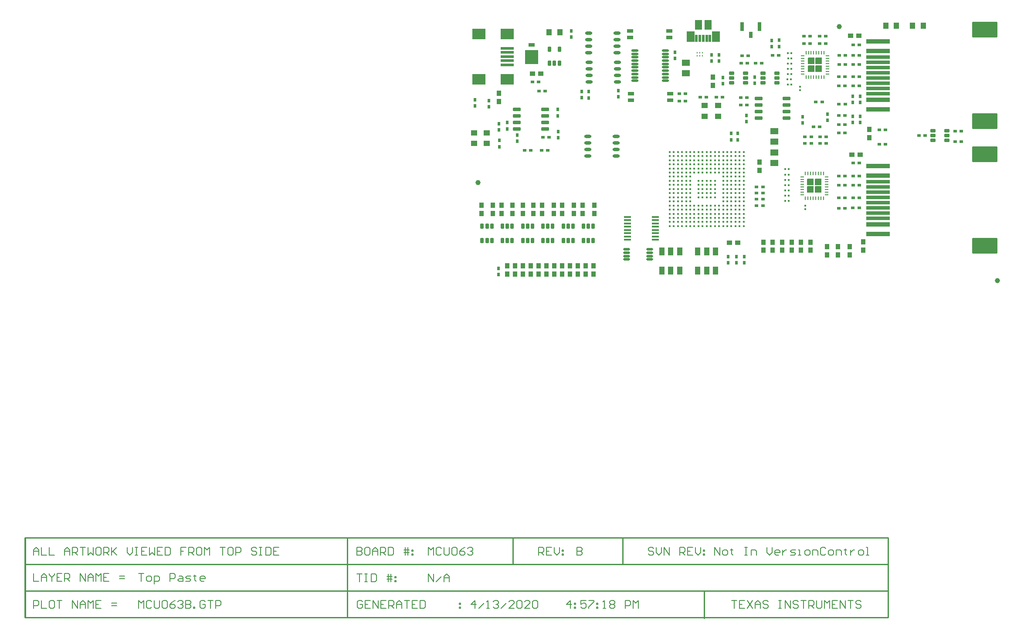
<source format=gtp>
G04*
G04 #@! TF.GenerationSoftware,Altium Limited,Altium Designer,18.1.9 (240)*
G04*
G04 Layer_Color=9021481*
%FSAX25Y25*%
%MOIN*%
G70*
G01*
G75*
%ADD15C,0.00800*%
%ADD17C,0.01000*%
G04:AMPARAMS|DCode=25|XSize=50mil|YSize=50mil|CornerRadius=2mil|HoleSize=0mil|Usage=FLASHONLY|Rotation=270.000|XOffset=0mil|YOffset=0mil|HoleType=Round|Shape=RoundedRectangle|*
%AMROUNDEDRECTD25*
21,1,0.05000,0.04600,0,0,270.0*
21,1,0.04600,0.05000,0,0,270.0*
1,1,0.00400,-0.02300,-0.02300*
1,1,0.00400,-0.02300,0.02300*
1,1,0.00400,0.02300,0.02300*
1,1,0.00400,0.02300,-0.02300*
%
%ADD25ROUNDEDRECTD25*%
%ADD26R,0.03740X0.03937*%
%ADD27C,0.01575*%
G04:AMPARAMS|DCode=28|XSize=31.89mil|YSize=181.1mil|CornerRadius=1.91mil|HoleSize=0mil|Usage=FLASHONLY|Rotation=270.000|XOffset=0mil|YOffset=0mil|HoleType=Round|Shape=RoundedRectangle|*
%AMROUNDEDRECTD28*
21,1,0.03189,0.17728,0,0,270.0*
21,1,0.02806,0.18110,0,0,270.0*
1,1,0.00383,-0.08864,-0.01403*
1,1,0.00383,-0.08864,0.01403*
1,1,0.00383,0.08864,0.01403*
1,1,0.00383,0.08864,-0.01403*
%
%ADD28ROUNDEDRECTD28*%
G04:AMPARAMS|DCode=29|XSize=24.02mil|YSize=181.1mil|CornerRadius=1.92mil|HoleSize=0mil|Usage=FLASHONLY|Rotation=90.000|XOffset=0mil|YOffset=0mil|HoleType=Round|Shape=RoundedRectangle|*
%AMROUNDEDRECTD29*
21,1,0.02402,0.17726,0,0,90.0*
21,1,0.02017,0.18110,0,0,90.0*
1,1,0.00384,0.08863,0.01009*
1,1,0.00384,0.08863,-0.01009*
1,1,0.00384,-0.08863,-0.01009*
1,1,0.00384,-0.08863,0.01009*
%
%ADD29ROUNDEDRECTD29*%
G04:AMPARAMS|DCode=30|XSize=118.11mil|YSize=192.91mil|CornerRadius=1.77mil|HoleSize=0mil|Usage=FLASHONLY|Rotation=270.000|XOffset=0mil|YOffset=0mil|HoleType=Round|Shape=RoundedRectangle|*
%AMROUNDEDRECTD30*
21,1,0.11811,0.18937,0,0,270.0*
21,1,0.11457,0.19291,0,0,270.0*
1,1,0.00354,-0.09469,-0.05728*
1,1,0.00354,-0.09469,0.05728*
1,1,0.00354,0.09469,0.05728*
1,1,0.00354,0.09469,-0.05728*
%
%ADD30ROUNDEDRECTD30*%
%ADD31R,0.09843X0.07874*%
%ADD32R,0.09843X0.01968*%
%ADD33R,0.04331X0.04724*%
%ADD34R,0.04724X0.04331*%
%ADD35R,0.03937X0.06299*%
%ADD36R,0.03150X0.04724*%
%ADD37R,0.03150X0.07087*%
%ADD38R,0.05000X0.02992*%
G04:AMPARAMS|DCode=39|XSize=23.62mil|YSize=57.09mil|CornerRadius=2.01mil|HoleSize=0mil|Usage=FLASHONLY|Rotation=90.000|XOffset=0mil|YOffset=0mil|HoleType=Round|Shape=RoundedRectangle|*
%AMROUNDEDRECTD39*
21,1,0.02362,0.05307,0,0,90.0*
21,1,0.01961,0.05709,0,0,90.0*
1,1,0.00402,0.02653,0.00980*
1,1,0.00402,0.02653,-0.00980*
1,1,0.00402,-0.02653,-0.00980*
1,1,0.00402,-0.02653,0.00980*
%
%ADD39ROUNDEDRECTD39*%
G04:AMPARAMS|DCode=40|XSize=9.84mil|YSize=23.62mil|CornerRadius=1.97mil|HoleSize=0mil|Usage=FLASHONLY|Rotation=180.000|XOffset=0mil|YOffset=0mil|HoleType=Round|Shape=RoundedRectangle|*
%AMROUNDEDRECTD40*
21,1,0.00984,0.01968,0,0,180.0*
21,1,0.00591,0.02362,0,0,180.0*
1,1,0.00394,-0.00295,0.00984*
1,1,0.00394,0.00295,0.00984*
1,1,0.00394,0.00295,-0.00984*
1,1,0.00394,-0.00295,-0.00984*
%
%ADD40ROUNDEDRECTD40*%
G04:AMPARAMS|DCode=41|XSize=9.84mil|YSize=23.62mil|CornerRadius=1.97mil|HoleSize=0mil|Usage=FLASHONLY|Rotation=90.000|XOffset=0mil|YOffset=0mil|HoleType=Round|Shape=RoundedRectangle|*
%AMROUNDEDRECTD41*
21,1,0.00984,0.01968,0,0,90.0*
21,1,0.00591,0.02362,0,0,90.0*
1,1,0.00394,0.00984,0.00295*
1,1,0.00394,0.00984,-0.00295*
1,1,0.00394,-0.00984,-0.00295*
1,1,0.00394,-0.00984,0.00295*
%
%ADD41ROUNDEDRECTD41*%
%ADD42O,0.05512X0.01772*%
%ADD43R,0.10000X0.10500*%
%ADD44R,0.05000X0.03000*%
G04:AMPARAMS|DCode=45|XSize=58.07mil|YSize=82.68mil|CornerRadius=2.03mil|HoleSize=0mil|Usage=FLASHONLY|Rotation=0.000|XOffset=0mil|YOffset=0mil|HoleType=Round|Shape=RoundedRectangle|*
%AMROUNDEDRECTD45*
21,1,0.05807,0.07861,0,0,0.0*
21,1,0.05401,0.08268,0,0,0.0*
1,1,0.00407,0.02700,-0.03931*
1,1,0.00407,-0.02700,-0.03931*
1,1,0.00407,-0.02700,0.03931*
1,1,0.00407,0.02700,0.03931*
%
%ADD45ROUNDEDRECTD45*%
G04:AMPARAMS|DCode=46|XSize=17.72mil|YSize=54.33mil|CornerRadius=1.95mil|HoleSize=0mil|Usage=FLASHONLY|Rotation=0.000|XOffset=0mil|YOffset=0mil|HoleType=Round|Shape=RoundedRectangle|*
%AMROUNDEDRECTD46*
21,1,0.01772,0.05043,0,0,0.0*
21,1,0.01382,0.05433,0,0,0.0*
1,1,0.00390,0.00691,-0.02522*
1,1,0.00390,-0.00691,-0.02522*
1,1,0.00390,-0.00691,0.02522*
1,1,0.00390,0.00691,0.02522*
%
%ADD46ROUNDEDRECTD46*%
G04:AMPARAMS|DCode=47|XSize=54.13mil|YSize=74.8mil|CornerRadius=1.9mil|HoleSize=0mil|Usage=FLASHONLY|Rotation=0.000|XOffset=0mil|YOffset=0mil|HoleType=Round|Shape=RoundedRectangle|*
%AMROUNDEDRECTD47*
21,1,0.05413,0.07101,0,0,0.0*
21,1,0.05034,0.07480,0,0,0.0*
1,1,0.00379,0.02517,-0.03551*
1,1,0.00379,-0.02517,-0.03551*
1,1,0.00379,-0.02517,0.03551*
1,1,0.00379,0.02517,0.03551*
%
%ADD47ROUNDEDRECTD47*%
%ADD48C,0.03937*%
G04:AMPARAMS|DCode=49|XSize=7.87mil|YSize=11.81mil|CornerRadius=1.99mil|HoleSize=0mil|Usage=FLASHONLY|Rotation=0.000|XOffset=0mil|YOffset=0mil|HoleType=Round|Shape=RoundedRectangle|*
%AMROUNDEDRECTD49*
21,1,0.00787,0.00784,0,0,0.0*
21,1,0.00390,0.01181,0,0,0.0*
1,1,0.00398,0.00195,-0.00392*
1,1,0.00398,-0.00195,-0.00392*
1,1,0.00398,-0.00195,0.00392*
1,1,0.00398,0.00195,0.00392*
%
%ADD49ROUNDEDRECTD49*%
G04:AMPARAMS|DCode=50|XSize=7.87mil|YSize=13.78mil|CornerRadius=1.99mil|HoleSize=0mil|Usage=FLASHONLY|Rotation=0.000|XOffset=0mil|YOffset=0mil|HoleType=Round|Shape=RoundedRectangle|*
%AMROUNDEDRECTD50*
21,1,0.00787,0.00980,0,0,0.0*
21,1,0.00390,0.01378,0,0,0.0*
1,1,0.00398,0.00195,-0.00490*
1,1,0.00398,-0.00195,-0.00490*
1,1,0.00398,-0.00195,0.00490*
1,1,0.00398,0.00195,0.00490*
%
%ADD50ROUNDEDRECTD50*%
%ADD51O,0.05315X0.01772*%
G04:AMPARAMS|DCode=52|XSize=23.62mil|YSize=39.37mil|CornerRadius=2.01mil|HoleSize=0mil|Usage=FLASHONLY|Rotation=90.000|XOffset=0mil|YOffset=0mil|HoleType=Round|Shape=RoundedRectangle|*
%AMROUNDEDRECTD52*
21,1,0.02362,0.03535,0,0,90.0*
21,1,0.01961,0.03937,0,0,90.0*
1,1,0.00402,0.01768,0.00980*
1,1,0.00402,0.01768,-0.00980*
1,1,0.00402,-0.01768,-0.00980*
1,1,0.00402,-0.01768,0.00980*
%
%ADD52ROUNDEDRECTD52*%
G04:AMPARAMS|DCode=53|XSize=23.62mil|YSize=39.37mil|CornerRadius=2.01mil|HoleSize=0mil|Usage=FLASHONLY|Rotation=180.000|XOffset=0mil|YOffset=0mil|HoleType=Round|Shape=RoundedRectangle|*
%AMROUNDEDRECTD53*
21,1,0.02362,0.03535,0,0,180.0*
21,1,0.01961,0.03937,0,0,180.0*
1,1,0.00402,-0.00980,0.01768*
1,1,0.00402,0.00980,0.01768*
1,1,0.00402,0.00980,-0.01768*
1,1,0.00402,-0.00980,-0.01768*
%
%ADD53ROUNDEDRECTD53*%
%ADD54O,0.05709X0.01575*%
%ADD55O,0.05500X0.02362*%
%ADD56R,0.03937X0.03740*%
%ADD57R,0.01811X0.01654*%
%ADD58R,0.03150X0.02362*%
%ADD59R,0.02362X0.03150*%
%ADD60R,0.06300X0.05000*%
%ADD61R,0.01654X0.01811*%
G54D15*
X-0248386Y-0188580D02*
X-0244388D01*
X-0246387D01*
Y-0194578D01*
X-0241389D02*
X-0239389D01*
X-0238390Y-0193578D01*
Y-0191579D01*
X-0239389Y-0190579D01*
X-0241389D01*
X-0242388Y-0191579D01*
Y-0193578D01*
X-0241389Y-0194578D01*
X-0236390Y-0196577D02*
Y-0190579D01*
X-0233391D01*
X-0232392Y-0191579D01*
Y-0193578D01*
X-0233391Y-0194578D01*
X-0236390D01*
X-0224394D02*
Y-0188580D01*
X-0221395D01*
X-0220395Y-0189579D01*
Y-0191579D01*
X-0221395Y-0192579D01*
X-0224394D01*
X-0217396Y-0190579D02*
X-0215397D01*
X-0214397Y-0191579D01*
Y-0194578D01*
X-0217396D01*
X-0218396Y-0193578D01*
X-0217396Y-0192579D01*
X-0214397D01*
X-0212398Y-0194578D02*
X-0209399D01*
X-0208399Y-0193578D01*
X-0209399Y-0192579D01*
X-0211398D01*
X-0212398Y-0191579D01*
X-0211398Y-0190579D01*
X-0208399D01*
X-0205400Y-0189579D02*
Y-0190579D01*
X-0206400D01*
X-0204401D01*
X-0205400D01*
Y-0193578D01*
X-0204401Y-0194578D01*
X-0198403D02*
X-0200402D01*
X-0201402Y-0193578D01*
Y-0191579D01*
X-0200402Y-0190579D01*
X-0198403D01*
X-0197403Y-0191579D01*
Y-0192579D01*
X-0201402D01*
X0192114Y-0174295D02*
Y-0168297D01*
X0196112Y-0174295D01*
Y-0168297D01*
X0199111Y-0174295D02*
X0201111D01*
X0202110Y-0173296D01*
Y-0171296D01*
X0201111Y-0170297D01*
X0199111D01*
X0198112Y-0171296D01*
Y-0173296D01*
X0199111Y-0174295D01*
X0205109Y-0169297D02*
Y-0170297D01*
X0204110D01*
X0206109D01*
X0205109D01*
Y-0173296D01*
X0206109Y-0174295D01*
X0215106Y-0168297D02*
X0217106D01*
X0216106D01*
Y-0174295D01*
X0215106D01*
X0217106D01*
X0220105D02*
Y-0170297D01*
X0223104D01*
X0224103Y-0171296D01*
Y-0174295D01*
X0232101Y-0168297D02*
Y-0172296D01*
X0234100Y-0174295D01*
X0236099Y-0172296D01*
Y-0168297D01*
X0241098Y-0174295D02*
X0239098D01*
X0238099Y-0173296D01*
Y-0171296D01*
X0239098Y-0170297D01*
X0241098D01*
X0242097Y-0171296D01*
Y-0172296D01*
X0238099D01*
X0244097Y-0170297D02*
Y-0174295D01*
Y-0172296D01*
X0245096Y-0171296D01*
X0246096Y-0170297D01*
X0247096D01*
X0250095Y-0174295D02*
X0253094D01*
X0254094Y-0173296D01*
X0253094Y-0172296D01*
X0251095D01*
X0250095Y-0171296D01*
X0251095Y-0170297D01*
X0254094D01*
X0256093Y-0174295D02*
X0258092D01*
X0257093D01*
Y-0170297D01*
X0256093D01*
X0262091Y-0174295D02*
X0264090D01*
X0265090Y-0173296D01*
Y-0171296D01*
X0264090Y-0170297D01*
X0262091D01*
X0261091Y-0171296D01*
Y-0173296D01*
X0262091Y-0174295D01*
X0267089D02*
Y-0170297D01*
X0270088D01*
X0271088Y-0171296D01*
Y-0174295D01*
X0277086Y-0169297D02*
X0276086Y-0168297D01*
X0274087D01*
X0273087Y-0169297D01*
Y-0173296D01*
X0274087Y-0174295D01*
X0276086D01*
X0277086Y-0173296D01*
X0280085Y-0174295D02*
X0282084D01*
X0283084Y-0173296D01*
Y-0171296D01*
X0282084Y-0170297D01*
X0280085D01*
X0279085Y-0171296D01*
Y-0173296D01*
X0280085Y-0174295D01*
X0285084D02*
Y-0170297D01*
X0288083D01*
X0289082Y-0171296D01*
Y-0174295D01*
X0292081Y-0169297D02*
Y-0170297D01*
X0291082D01*
X0293081D01*
X0292081D01*
Y-0173296D01*
X0293081Y-0174295D01*
X0296080Y-0170297D02*
Y-0174295D01*
Y-0172296D01*
X0297080Y-0171296D01*
X0298079Y-0170297D01*
X0299079D01*
X0303078Y-0174295D02*
X0305077D01*
X0306077Y-0173296D01*
Y-0171296D01*
X0305077Y-0170297D01*
X0303078D01*
X0302078Y-0171296D01*
Y-0173296D01*
X0303078Y-0174295D01*
X0308076D02*
X0310075D01*
X0309076D01*
Y-0168297D01*
X0308076D01*
X0145512Y-0169297D02*
X0144513Y-0168297D01*
X0142513D01*
X0141514Y-0169297D01*
Y-0170297D01*
X0142513Y-0171296D01*
X0144513D01*
X0145512Y-0172296D01*
Y-0173296D01*
X0144513Y-0174295D01*
X0142513D01*
X0141514Y-0173296D01*
X0147512Y-0168297D02*
Y-0172296D01*
X0149511Y-0174295D01*
X0151510Y-0172296D01*
Y-0168297D01*
X0153510Y-0174295D02*
Y-0168297D01*
X0157508Y-0174295D01*
Y-0168297D01*
X0165506Y-0174295D02*
Y-0168297D01*
X0168505D01*
X0169504Y-0169297D01*
Y-0171296D01*
X0168505Y-0172296D01*
X0165506D01*
X0167505D02*
X0169504Y-0174295D01*
X0175503Y-0168297D02*
X0171504D01*
Y-0174295D01*
X0175503D01*
X0171504Y-0171296D02*
X0173503D01*
X0177502Y-0168297D02*
Y-0172296D01*
X0179501Y-0174295D01*
X0181501Y-0172296D01*
Y-0168297D01*
X0183500Y-0170297D02*
X0184500D01*
Y-0171296D01*
X0183500D01*
Y-0170297D01*
Y-0173296D02*
X0184500D01*
Y-0174295D01*
X0183500D01*
Y-0173296D01*
X0057714Y-0174295D02*
Y-0168297D01*
X0060713D01*
X0061712Y-0169297D01*
Y-0171296D01*
X0060713Y-0172296D01*
X0057714D01*
X0059713D02*
X0061712Y-0174295D01*
X0067710Y-0168297D02*
X0063712D01*
Y-0174295D01*
X0067710D01*
X0063712Y-0171296D02*
X0065711D01*
X0069710Y-0168297D02*
Y-0172296D01*
X0071709Y-0174295D01*
X0073708Y-0172296D01*
Y-0168297D01*
X0075708Y-0170297D02*
X0076708D01*
Y-0171296D01*
X0075708D01*
Y-0170297D01*
Y-0173296D02*
X0076708D01*
Y-0174295D01*
X0075708D01*
Y-0173296D01*
X-0248386Y-0215162D02*
Y-0209164D01*
X-0246387Y-0211163D01*
X-0244388Y-0209164D01*
Y-0215162D01*
X-0238390Y-0210164D02*
X-0239389Y-0209164D01*
X-0241389D01*
X-0242388Y-0210164D01*
Y-0214162D01*
X-0241389Y-0215162D01*
X-0239389D01*
X-0238390Y-0214162D01*
X-0236390Y-0209164D02*
Y-0214162D01*
X-0235391Y-0215162D01*
X-0233391D01*
X-0232392Y-0214162D01*
Y-0209164D01*
X-0230392Y-0210164D02*
X-0229393Y-0209164D01*
X-0227393D01*
X-0226394Y-0210164D01*
Y-0214162D01*
X-0227393Y-0215162D01*
X-0229393D01*
X-0230392Y-0214162D01*
Y-0210164D01*
X-0220395Y-0209164D02*
X-0222395Y-0210164D01*
X-0224394Y-0212163D01*
Y-0214162D01*
X-0223394Y-0215162D01*
X-0221395D01*
X-0220395Y-0214162D01*
Y-0213163D01*
X-0221395Y-0212163D01*
X-0224394D01*
X-0218396Y-0210164D02*
X-0217396Y-0209164D01*
X-0215397D01*
X-0214397Y-0210164D01*
Y-0211163D01*
X-0215397Y-0212163D01*
X-0216397D01*
X-0215397D01*
X-0214397Y-0213163D01*
Y-0214162D01*
X-0215397Y-0215162D01*
X-0217396D01*
X-0218396Y-0214162D01*
X-0212398Y-0209164D02*
Y-0215162D01*
X-0209399D01*
X-0208399Y-0214162D01*
Y-0213163D01*
X-0209399Y-0212163D01*
X-0212398D01*
X-0209399D01*
X-0208399Y-0211163D01*
Y-0210164D01*
X-0209399Y-0209164D01*
X-0212398D01*
X-0206400Y-0215162D02*
Y-0214162D01*
X-0205400D01*
Y-0215162D01*
X-0206400D01*
X-0197403Y-0210164D02*
X-0198403Y-0209164D01*
X-0200402D01*
X-0201402Y-0210164D01*
Y-0214162D01*
X-0200402Y-0215162D01*
X-0198403D01*
X-0197403Y-0214162D01*
Y-0212163D01*
X-0199402D01*
X-0195404Y-0209164D02*
X-0191405D01*
X-0193404D01*
Y-0215162D01*
X-0189406D02*
Y-0209164D01*
X-0186406D01*
X-0185407Y-0210164D01*
Y-0212163D01*
X-0186406Y-0213163D01*
X-0189406D01*
X0008863Y-0215162D02*
Y-0209164D01*
X0005864Y-0212163D01*
X0009862D01*
X0011862Y-0215162D02*
X0015860Y-0211163D01*
X0017860Y-0215162D02*
X0019859D01*
X0018859D01*
Y-0209164D01*
X0017860Y-0210164D01*
X0022858D02*
X0023858Y-0209164D01*
X0025857D01*
X0026857Y-0210164D01*
Y-0211163D01*
X0025857Y-0212163D01*
X0024858D01*
X0025857D01*
X0026857Y-0213163D01*
Y-0214162D01*
X0025857Y-0215162D01*
X0023858D01*
X0022858Y-0214162D01*
X0028856Y-0215162D02*
X0032855Y-0211163D01*
X0038853Y-0215162D02*
X0034854D01*
X0038853Y-0211163D01*
Y-0210164D01*
X0037853Y-0209164D01*
X0035854D01*
X0034854Y-0210164D01*
X0040852D02*
X0041852Y-0209164D01*
X0043851D01*
X0044851Y-0210164D01*
Y-0214162D01*
X0043851Y-0215162D01*
X0041852D01*
X0040852Y-0214162D01*
Y-0210164D01*
X0050849Y-0215162D02*
X0046850D01*
X0050849Y-0211163D01*
Y-0210164D01*
X0049849Y-0209164D01*
X0047850D01*
X0046850Y-0210164D01*
X0052848D02*
X0053848Y-0209164D01*
X0055847D01*
X0056847Y-0210164D01*
Y-0214162D01*
X0055847Y-0215162D01*
X0053848D01*
X0052848Y-0214162D01*
Y-0210164D01*
X-0077088D02*
X-0078087Y-0209164D01*
X-0080087D01*
X-0081086Y-0210164D01*
Y-0214162D01*
X-0080087Y-0215162D01*
X-0078087D01*
X-0077088Y-0214162D01*
Y-0212163D01*
X-0079087D01*
X-0071090Y-0209164D02*
X-0075088D01*
Y-0215162D01*
X-0071090D01*
X-0075088Y-0212163D02*
X-0073089D01*
X-0069090Y-0215162D02*
Y-0209164D01*
X-0065092Y-0215162D01*
Y-0209164D01*
X-0059093D02*
X-0063092D01*
Y-0215162D01*
X-0059093D01*
X-0063092Y-0212163D02*
X-0061093D01*
X-0057094Y-0215162D02*
Y-0209164D01*
X-0054095D01*
X-0053096Y-0210164D01*
Y-0212163D01*
X-0054095Y-0213163D01*
X-0057094D01*
X-0055095D02*
X-0053096Y-0215162D01*
X-0051096D02*
Y-0211163D01*
X-0049097Y-0209164D01*
X-0047097Y-0211163D01*
Y-0215162D01*
Y-0212163D01*
X-0051096D01*
X-0045098Y-0209164D02*
X-0041099D01*
X-0043099D01*
Y-0215162D01*
X-0035101Y-0209164D02*
X-0039100D01*
Y-0215162D01*
X-0035101D01*
X-0039100Y-0212163D02*
X-0037101D01*
X-0033102Y-0209164D02*
Y-0215162D01*
X-0030103D01*
X-0029103Y-0214162D01*
Y-0210164D01*
X-0030103Y-0209164D01*
X-0033102D01*
X-0003112Y-0211163D02*
X-0002112D01*
Y-0212163D01*
X-0003112D01*
Y-0211163D01*
Y-0214162D02*
X-0002112D01*
Y-0215162D01*
X-0003112D01*
Y-0214162D01*
X-0328936Y-0174295D02*
Y-0170297D01*
X-0326937Y-0168297D01*
X-0324938Y-0170297D01*
Y-0174295D01*
Y-0171296D01*
X-0328936D01*
X-0322938Y-0168297D02*
Y-0174295D01*
X-0318940D01*
X-0316940Y-0168297D02*
Y-0174295D01*
X-0312942D01*
X-0304944D02*
Y-0170297D01*
X-0302945Y-0168297D01*
X-0300945Y-0170297D01*
Y-0174295D01*
Y-0171296D01*
X-0304944D01*
X-0298946Y-0174295D02*
Y-0168297D01*
X-0295947D01*
X-0294947Y-0169297D01*
Y-0171296D01*
X-0295947Y-0172296D01*
X-0298946D01*
X-0296947D02*
X-0294947Y-0174295D01*
X-0292948Y-0168297D02*
X-0288949D01*
X-0290949D01*
Y-0174295D01*
X-0286950Y-0168297D02*
Y-0174295D01*
X-0284951Y-0172296D01*
X-0282951Y-0174295D01*
Y-0168297D01*
X-0277953D02*
X-0279952D01*
X-0280952Y-0169297D01*
Y-0173296D01*
X-0279952Y-0174295D01*
X-0277953D01*
X-0276953Y-0173296D01*
Y-0169297D01*
X-0277953Y-0168297D01*
X-0274954Y-0174295D02*
Y-0168297D01*
X-0271955D01*
X-0270955Y-0169297D01*
Y-0171296D01*
X-0271955Y-0172296D01*
X-0274954D01*
X-0272955D02*
X-0270955Y-0174295D01*
X-0268956Y-0168297D02*
Y-0174295D01*
Y-0172296D01*
X-0264957Y-0168297D01*
X-0267956Y-0171296D01*
X-0264957Y-0174295D01*
X-0256960Y-0168297D02*
Y-0172296D01*
X-0254960Y-0174295D01*
X-0252961Y-0172296D01*
Y-0168297D01*
X-0250962D02*
X-0248962D01*
X-0249962D01*
Y-0174295D01*
X-0250962D01*
X-0248962D01*
X-0241965Y-0168297D02*
X-0245963D01*
Y-0174295D01*
X-0241965D01*
X-0245963Y-0171296D02*
X-0243964D01*
X-0239965Y-0168297D02*
Y-0174295D01*
X-0237966Y-0172296D01*
X-0235966Y-0174295D01*
Y-0168297D01*
X-0229968D02*
X-0233967D01*
Y-0174295D01*
X-0229968D01*
X-0233967Y-0171296D02*
X-0231968D01*
X-0227969Y-0168297D02*
Y-0174295D01*
X-0224970D01*
X-0223970Y-0173296D01*
Y-0169297D01*
X-0224970Y-0168297D01*
X-0227969D01*
X-0211974D02*
X-0215973D01*
Y-0171296D01*
X-0213974D01*
X-0215973D01*
Y-0174295D01*
X-0209975D02*
Y-0168297D01*
X-0206976D01*
X-0205976Y-0169297D01*
Y-0171296D01*
X-0206976Y-0172296D01*
X-0209975D01*
X-0207976D02*
X-0205976Y-0174295D01*
X-0200978Y-0168297D02*
X-0202977D01*
X-0203977Y-0169297D01*
Y-0173296D01*
X-0202977Y-0174295D01*
X-0200978D01*
X-0199978Y-0173296D01*
Y-0169297D01*
X-0200978Y-0168297D01*
X-0197979Y-0174295D02*
Y-0168297D01*
X-0195979Y-0170297D01*
X-0193980Y-0168297D01*
Y-0174295D01*
X-0185983Y-0168297D02*
X-0181984D01*
X-0183983D01*
Y-0174295D01*
X-0176986Y-0168297D02*
X-0178985D01*
X-0179985Y-0169297D01*
Y-0173296D01*
X-0178985Y-0174295D01*
X-0176986D01*
X-0175986Y-0173296D01*
Y-0169297D01*
X-0176986Y-0168297D01*
X-0173986Y-0174295D02*
Y-0168297D01*
X-0170987D01*
X-0169988Y-0169297D01*
Y-0171296D01*
X-0170987Y-0172296D01*
X-0173986D01*
X-0157992Y-0169297D02*
X-0158991Y-0168297D01*
X-0160991D01*
X-0161990Y-0169297D01*
Y-0170297D01*
X-0160991Y-0171296D01*
X-0158991D01*
X-0157992Y-0172296D01*
Y-0173296D01*
X-0158991Y-0174295D01*
X-0160991D01*
X-0161990Y-0173296D01*
X-0155992Y-0168297D02*
X-0153993D01*
X-0154993D01*
Y-0174295D01*
X-0155992D01*
X-0153993D01*
X-0150994Y-0168297D02*
Y-0174295D01*
X-0147995D01*
X-0146995Y-0173296D01*
Y-0169297D01*
X-0147995Y-0168297D01*
X-0150994D01*
X-0140997D02*
X-0144996D01*
Y-0174295D01*
X-0140997D01*
X-0144996Y-0171296D02*
X-0142997D01*
X0086864Y-0168297D02*
Y-0174295D01*
X0089863D01*
X0090862Y-0173296D01*
Y-0172296D01*
X0089863Y-0171296D01*
X0086864D01*
X0089863D01*
X0090862Y-0170297D01*
Y-0169297D01*
X0089863Y-0168297D01*
X0086864D01*
X-0026736Y-0174295D02*
Y-0168297D01*
X-0024737Y-0170297D01*
X-0022738Y-0168297D01*
Y-0174295D01*
X-0016740Y-0169297D02*
X-0017739Y-0168297D01*
X-0019739D01*
X-0020738Y-0169297D01*
Y-0173296D01*
X-0019739Y-0174295D01*
X-0017739D01*
X-0016740Y-0173296D01*
X-0014740Y-0168297D02*
Y-0173296D01*
X-0013741Y-0174295D01*
X-0011741D01*
X-0010742Y-0173296D01*
Y-0168297D01*
X-0008742Y-0169297D02*
X-0007743Y-0168297D01*
X-0005743D01*
X-0004744Y-0169297D01*
Y-0173296D01*
X-0005743Y-0174295D01*
X-0007743D01*
X-0008742Y-0173296D01*
Y-0169297D01*
X0001255Y-0168297D02*
X-0000745Y-0169297D01*
X-0002744Y-0171296D01*
Y-0173296D01*
X-0001744Y-0174295D01*
X0000255D01*
X0001255Y-0173296D01*
Y-0172296D01*
X0000255Y-0171296D01*
X-0002744D01*
X0003254Y-0169297D02*
X0004254Y-0168297D01*
X0006253D01*
X0007253Y-0169297D01*
Y-0170297D01*
X0006253Y-0171296D01*
X0005253D01*
X0006253D01*
X0007253Y-0172296D01*
Y-0173296D01*
X0006253Y-0174295D01*
X0004254D01*
X0003254Y-0173296D01*
X-0081286Y-0168297D02*
Y-0174295D01*
X-0078287D01*
X-0077288Y-0173296D01*
Y-0172296D01*
X-0078287Y-0171296D01*
X-0081286D01*
X-0078287D01*
X-0077288Y-0170297D01*
Y-0169297D01*
X-0078287Y-0168297D01*
X-0081286D01*
X-0072289D02*
X-0074289D01*
X-0075288Y-0169297D01*
Y-0173296D01*
X-0074289Y-0174295D01*
X-0072289D01*
X-0071290Y-0173296D01*
Y-0169297D01*
X-0072289Y-0168297D01*
X-0069290Y-0174295D02*
Y-0170297D01*
X-0067291Y-0168297D01*
X-0065292Y-0170297D01*
Y-0174295D01*
Y-0171296D01*
X-0069290D01*
X-0063292Y-0174295D02*
Y-0168297D01*
X-0060293D01*
X-0059294Y-0169297D01*
Y-0171296D01*
X-0060293Y-0172296D01*
X-0063292D01*
X-0061293D02*
X-0059294Y-0174295D01*
X-0057294Y-0168297D02*
Y-0174295D01*
X-0054295D01*
X-0053295Y-0173296D01*
Y-0169297D01*
X-0054295Y-0168297D01*
X-0057294D01*
X-0044298Y-0174295D02*
Y-0168297D01*
X-0042299D02*
Y-0174295D01*
X-0045298Y-0170297D02*
X-0042299D01*
X-0041299D01*
X-0045298Y-0172296D02*
X-0041299D01*
X-0039300Y-0170297D02*
X-0038300D01*
Y-0171296D01*
X-0039300D01*
Y-0170297D01*
Y-0173296D02*
X-0038300D01*
Y-0174295D01*
X-0039300D01*
Y-0173296D01*
X-0328936Y-0188580D02*
Y-0194578D01*
X-0324938D01*
X-0322938D02*
Y-0190579D01*
X-0320939Y-0188580D01*
X-0318940Y-0190579D01*
Y-0194578D01*
Y-0191579D01*
X-0322938D01*
X-0316940Y-0188580D02*
Y-0189579D01*
X-0314941Y-0191579D01*
X-0312942Y-0189579D01*
Y-0188580D01*
X-0314941Y-0191579D02*
Y-0194578D01*
X-0306943Y-0188580D02*
X-0310942D01*
Y-0194578D01*
X-0306943D01*
X-0310942Y-0191579D02*
X-0308943D01*
X-0304944Y-0194578D02*
Y-0188580D01*
X-0301945D01*
X-0300945Y-0189579D01*
Y-0191579D01*
X-0301945Y-0192579D01*
X-0304944D01*
X-0302945D02*
X-0300945Y-0194578D01*
X-0292948D02*
Y-0188580D01*
X-0288949Y-0194578D01*
Y-0188580D01*
X-0286950Y-0194578D02*
Y-0190579D01*
X-0284951Y-0188580D01*
X-0282951Y-0190579D01*
Y-0194578D01*
Y-0191579D01*
X-0286950D01*
X-0280952Y-0194578D02*
Y-0188580D01*
X-0278953Y-0190579D01*
X-0276953Y-0188580D01*
Y-0194578D01*
X-0270955Y-0188580D02*
X-0274954D01*
Y-0194578D01*
X-0270955D01*
X-0274954Y-0191579D02*
X-0272955D01*
X-0262958Y-0192579D02*
X-0258959D01*
X-0262958Y-0190579D02*
X-0258959D01*
X-0328936Y-0215162D02*
Y-0209164D01*
X-0325937D01*
X-0324938Y-0210164D01*
Y-0212163D01*
X-0325937Y-0213163D01*
X-0328936D01*
X-0322938Y-0209164D02*
Y-0215162D01*
X-0318940D01*
X-0313941Y-0209164D02*
X-0315941D01*
X-0316940Y-0210164D01*
Y-0214162D01*
X-0315941Y-0215162D01*
X-0313941D01*
X-0312942Y-0214162D01*
Y-0210164D01*
X-0313941Y-0209164D01*
X-0310942D02*
X-0306943D01*
X-0308943D01*
Y-0215162D01*
X-0298946D02*
Y-0209164D01*
X-0294947Y-0215162D01*
Y-0209164D01*
X-0292948Y-0215162D02*
Y-0211163D01*
X-0290949Y-0209164D01*
X-0288949Y-0211163D01*
Y-0215162D01*
Y-0212163D01*
X-0292948D01*
X-0286950Y-0215162D02*
Y-0209164D01*
X-0284951Y-0211163D01*
X-0282951Y-0209164D01*
Y-0215162D01*
X-0276953Y-0209164D02*
X-0280952D01*
Y-0215162D01*
X-0276953D01*
X-0280952Y-0212163D02*
X-0278953D01*
X-0268956Y-0213163D02*
X-0264957D01*
X-0268956Y-0211163D02*
X-0264957D01*
X0081763Y-0215162D02*
Y-0209164D01*
X0078764Y-0212163D01*
X0082762D01*
X0084762Y-0211163D02*
X0085761D01*
Y-0212163D01*
X0084762D01*
Y-0211163D01*
Y-0214162D02*
X0085761D01*
Y-0215162D01*
X0084762D01*
Y-0214162D01*
X0093759Y-0209164D02*
X0089760D01*
Y-0212163D01*
X0091759Y-0211163D01*
X0092759D01*
X0093759Y-0212163D01*
Y-0214162D01*
X0092759Y-0215162D01*
X0090760D01*
X0089760Y-0214162D01*
X0095758Y-0209164D02*
X0099757D01*
Y-0210164D01*
X0095758Y-0214162D01*
Y-0215162D01*
X0101756Y-0211163D02*
X0102756D01*
Y-0212163D01*
X0101756D01*
Y-0211163D01*
Y-0214162D02*
X0102756D01*
Y-0215162D01*
X0101756D01*
Y-0214162D01*
X0106755Y-0215162D02*
X0108754D01*
X0107754D01*
Y-0209164D01*
X0106755Y-0210164D01*
X0111753D02*
X0112753Y-0209164D01*
X0114752D01*
X0115752Y-0210164D01*
Y-0211163D01*
X0114752Y-0212163D01*
X0115752Y-0213163D01*
Y-0214162D01*
X0114752Y-0215162D01*
X0112753D01*
X0111753Y-0214162D01*
Y-0213163D01*
X0112753Y-0212163D01*
X0111753Y-0211163D01*
Y-0210164D01*
X0112753Y-0212163D02*
X0114752D01*
X0123749Y-0215162D02*
Y-0209164D01*
X0126748D01*
X0127748Y-0210164D01*
Y-0212163D01*
X0126748Y-0213163D01*
X0123749D01*
X0129747Y-0215162D02*
Y-0209164D01*
X0131746Y-0211163D01*
X0133746Y-0209164D01*
Y-0215162D01*
X0205214Y-0209164D02*
X0209212D01*
X0207213D01*
Y-0215162D01*
X0215210Y-0209164D02*
X0211212D01*
Y-0215162D01*
X0215210D01*
X0211212Y-0212163D02*
X0213211D01*
X0217210Y-0209164D02*
X0221208Y-0215162D01*
Y-0209164D02*
X0217210Y-0215162D01*
X0223208D02*
Y-0211163D01*
X0225207Y-0209164D01*
X0227206Y-0211163D01*
Y-0215162D01*
Y-0212163D01*
X0223208D01*
X0233205Y-0210164D02*
X0232205Y-0209164D01*
X0230205D01*
X0229206Y-0210164D01*
Y-0211163D01*
X0230205Y-0212163D01*
X0232205D01*
X0233205Y-0213163D01*
Y-0214162D01*
X0232205Y-0215162D01*
X0230205D01*
X0229206Y-0214162D01*
X0241202Y-0209164D02*
X0243201D01*
X0242202D01*
Y-0215162D01*
X0241202D01*
X0243201D01*
X0246200D02*
Y-0209164D01*
X0250199Y-0215162D01*
Y-0209164D01*
X0256197Y-0210164D02*
X0255197Y-0209164D01*
X0253198D01*
X0252198Y-0210164D01*
Y-0211163D01*
X0253198Y-0212163D01*
X0255197D01*
X0256197Y-0213163D01*
Y-0214162D01*
X0255197Y-0215162D01*
X0253198D01*
X0252198Y-0214162D01*
X0258196Y-0209164D02*
X0262195D01*
X0260196D01*
Y-0215162D01*
X0264194D02*
Y-0209164D01*
X0267194D01*
X0268193Y-0210164D01*
Y-0212163D01*
X0267194Y-0213163D01*
X0264194D01*
X0266194D02*
X0268193Y-0215162D01*
X0270193Y-0209164D02*
Y-0214162D01*
X0271192Y-0215162D01*
X0273192D01*
X0274191Y-0214162D01*
Y-0209164D01*
X0276191Y-0215162D02*
Y-0209164D01*
X0278190Y-0211163D01*
X0280189Y-0209164D01*
Y-0215162D01*
X0286187Y-0209164D02*
X0282189D01*
Y-0215162D01*
X0286187D01*
X0282189Y-0212163D02*
X0284188D01*
X0288187Y-0215162D02*
Y-0209164D01*
X0292185Y-0215162D01*
Y-0209164D01*
X0294185D02*
X0298183D01*
X0296184D01*
Y-0215162D01*
X0304182Y-0210164D02*
X0303182Y-0209164D01*
X0301183D01*
X0300183Y-0210164D01*
Y-0211163D01*
X0301183Y-0212163D01*
X0303182D01*
X0304182Y-0213163D01*
Y-0214162D01*
X0303182Y-0215162D01*
X0301183D01*
X0300183Y-0214162D01*
X-0081286Y-0188630D02*
X-0077288D01*
X-0079287D01*
Y-0194629D01*
X-0075288Y-0188630D02*
X-0073289D01*
X-0074289D01*
Y-0194629D01*
X-0075288D01*
X-0073289D01*
X-0070290Y-0188630D02*
Y-0194629D01*
X-0067291D01*
X-0066291Y-0193629D01*
Y-0189630D01*
X-0067291Y-0188630D01*
X-0070290D01*
X-0057294Y-0194629D02*
Y-0188630D01*
X-0055295D02*
Y-0194629D01*
X-0058294Y-0190630D02*
X-0055295D01*
X-0054295D01*
X-0058294Y-0192629D02*
X-0054295D01*
X-0052296Y-0190630D02*
X-0051296D01*
Y-0191630D01*
X-0052296D01*
Y-0190630D01*
Y-0193629D02*
X-0051296D01*
Y-0194629D01*
X-0052296D01*
Y-0193629D01*
X-0026736Y-0194629D02*
Y-0188630D01*
X-0022738Y-0194629D01*
Y-0188630D01*
X-0020738Y-0194629D02*
X-0016740Y-0190630D01*
X-0014740Y-0194629D02*
Y-0190630D01*
X-0012741Y-0188630D01*
X-0010742Y-0190630D01*
Y-0194629D01*
Y-0191630D01*
X-0014740D01*
G54D17*
X0121914Y-0181412D02*
Y-0161079D01*
X0037914Y-0181412D02*
Y-0161079D01*
X-0335286Y-0181412D02*
X0324914D01*
X-0335286Y-0201745D02*
X0324714D01*
X-0335286Y-0222079D02*
X0065214D01*
X-0335236Y-0161079D02*
X0324914D01*
X-0335236Y-0222079D02*
Y-0161079D01*
Y-0222079D02*
X-0177686D01*
X-0335286D02*
Y-0161079D01*
X-0088786Y-0222079D02*
Y-0161079D01*
X0324914Y-0222079D02*
Y-0161079D01*
X0065214Y-0222079D02*
X0324914D01*
X0184114Y-0222729D02*
Y-0202445D01*
G54D25*
X0265714Y0105213D02*
D03*
Y0111000D02*
D03*
X0271501Y0105213D02*
D03*
Y0111000D02*
D03*
X0266107Y0197606D02*
D03*
Y0203394D02*
D03*
X0271895Y0197606D02*
D03*
Y0203394D02*
D03*
G54D26*
X0229400Y0058740D02*
D03*
Y0065040D02*
D03*
X0251118Y0058740D02*
D03*
Y0065040D02*
D03*
X0022421Y0093181D02*
D03*
Y0086882D02*
D03*
X0053721Y0093181D02*
D03*
Y0086882D02*
D03*
X0037721Y0093181D02*
D03*
Y0086882D02*
D03*
X0069221Y0093181D02*
D03*
Y0086882D02*
D03*
X0100221Y0093181D02*
D03*
Y0086882D02*
D03*
X0084721Y0093181D02*
D03*
Y0086882D02*
D03*
X0013921Y0093181D02*
D03*
Y0086882D02*
D03*
X0045721Y0093181D02*
D03*
Y0086882D02*
D03*
X0029221Y0093181D02*
D03*
Y0086882D02*
D03*
X0060221Y0093181D02*
D03*
Y0086882D02*
D03*
X0091221Y0093181D02*
D03*
Y0086882D02*
D03*
X0075721Y0093181D02*
D03*
Y0086882D02*
D03*
X0226500Y0119850D02*
D03*
Y0126150D02*
D03*
X0027216Y0172511D02*
D03*
Y0178811D02*
D03*
X0236633Y0058740D02*
D03*
Y0065040D02*
D03*
X0243872Y0058740D02*
D03*
Y0065040D02*
D03*
X0258351Y0058740D02*
D03*
Y0065040D02*
D03*
X0265591Y0058740D02*
D03*
Y0065040D02*
D03*
X0191001Y0184850D02*
D03*
Y0191150D02*
D03*
X0286471Y0061520D02*
D03*
Y0055221D02*
D03*
X0295601Y0061650D02*
D03*
Y0055350D02*
D03*
X0278231Y0061484D02*
D03*
Y0055185D02*
D03*
X0033642Y0040638D02*
D03*
Y0046937D02*
D03*
X0039642Y0040638D02*
D03*
Y0046937D02*
D03*
X0045642Y0040638D02*
D03*
Y0046937D02*
D03*
X0051642Y0040638D02*
D03*
Y0046937D02*
D03*
X0057642Y0040638D02*
D03*
Y0046937D02*
D03*
X0063642Y0040638D02*
D03*
Y0046937D02*
D03*
X0069642Y0040638D02*
D03*
Y0046937D02*
D03*
X0075642Y0040638D02*
D03*
Y0046937D02*
D03*
X0081642Y0040638D02*
D03*
Y0046937D02*
D03*
X0087642Y0040638D02*
D03*
Y0046937D02*
D03*
X0093642Y0040638D02*
D03*
Y0046937D02*
D03*
X0099642Y0040638D02*
D03*
Y0046937D02*
D03*
X0310501Y0151150D02*
D03*
Y0144850D02*
D03*
X0306001Y0065150D02*
D03*
Y0058850D02*
D03*
G54D27*
X0157796Y0077263D02*
D03*
X0160945Y0080413D02*
D03*
Y0077263D02*
D03*
X0157796Y0080413D02*
D03*
Y0089862D02*
D03*
Y0083563D02*
D03*
X0160945D02*
D03*
X0157796Y0086712D02*
D03*
X0160945D02*
D03*
X0164095Y0077263D02*
D03*
Y0080413D02*
D03*
X0167244Y0077263D02*
D03*
X0164095Y0083563D02*
D03*
X0167244Y0080413D02*
D03*
Y0083563D02*
D03*
X0160945Y0089862D02*
D03*
X0164095Y0086712D02*
D03*
X0170394Y0083563D02*
D03*
X0167244Y0089862D02*
D03*
Y0086712D02*
D03*
X0157796Y0093011D02*
D03*
X0164095Y0089862D02*
D03*
X0157796Y0096161D02*
D03*
X0160945Y0093011D02*
D03*
Y0096161D02*
D03*
X0157796Y0102460D02*
D03*
Y0099311D02*
D03*
X0160945D02*
D03*
Y0105610D02*
D03*
Y0102460D02*
D03*
X0164095Y0093011D02*
D03*
Y0096161D02*
D03*
X0170394Y0089862D02*
D03*
X0167244Y0096161D02*
D03*
Y0093011D02*
D03*
X0164095Y0099311D02*
D03*
Y0102460D02*
D03*
X0167244D02*
D03*
X0170394Y0096161D02*
D03*
X0167244Y0099311D02*
D03*
X0170394Y0102460D02*
D03*
X0173544Y0077263D02*
D03*
X0170394D02*
D03*
X0173544Y0080413D02*
D03*
X0176693Y0077263D02*
D03*
X0170394Y0080413D02*
D03*
Y0086712D02*
D03*
X0173544Y0083563D02*
D03*
X0176693Y0080413D02*
D03*
X0173544Y0086712D02*
D03*
X0176693D02*
D03*
X0179843Y0077263D02*
D03*
Y0080413D02*
D03*
X0182992Y0077263D02*
D03*
Y0080413D02*
D03*
X0186142D02*
D03*
X0176693Y0083563D02*
D03*
X0179843Y0086712D02*
D03*
Y0083563D02*
D03*
X0182992D02*
D03*
Y0086712D02*
D03*
X0186142Y0083563D02*
D03*
X0173544Y0089862D02*
D03*
X0170394Y0093011D02*
D03*
X0176693Y0089862D02*
D03*
X0173544Y0093011D02*
D03*
Y0096161D02*
D03*
X0170394Y0099311D02*
D03*
X0173544D02*
D03*
X0176693Y0093011D02*
D03*
X0173544Y0102460D02*
D03*
X0179843Y0089862D02*
D03*
Y0093011D02*
D03*
X0182992Y0089862D02*
D03*
X0179843Y0099311D02*
D03*
X0182992Y0093011D02*
D03*
Y0099311D02*
D03*
X0179843Y0105610D02*
D03*
Y0102460D02*
D03*
X0186142Y0099311D02*
D03*
X0182992Y0105610D02*
D03*
Y0102460D02*
D03*
X0157796Y0105610D02*
D03*
Y0108759D02*
D03*
X0160945D02*
D03*
X0157796Y0111909D02*
D03*
X0164095D02*
D03*
X0157796Y0115059D02*
D03*
Y0118208D02*
D03*
X0160945Y0115059D02*
D03*
Y0111909D02*
D03*
Y0118208D02*
D03*
X0164095D02*
D03*
Y0105610D02*
D03*
Y0108759D02*
D03*
X0167244Y0105610D02*
D03*
Y0108759D02*
D03*
X0170394Y0111909D02*
D03*
X0167244D02*
D03*
X0164095Y0115059D02*
D03*
X0167244D02*
D03*
X0170394D02*
D03*
X0167244Y0121358D02*
D03*
Y0118208D02*
D03*
X0157796Y0121358D02*
D03*
Y0124508D02*
D03*
X0160945Y0121358D02*
D03*
X0157796Y0127657D02*
D03*
X0160945Y0124508D02*
D03*
X0157796Y0130807D02*
D03*
X0160945Y0127657D02*
D03*
X0157796Y0133956D02*
D03*
X0164095Y0121358D02*
D03*
Y0124508D02*
D03*
X0167244D02*
D03*
X0164095Y0127657D02*
D03*
X0167244D02*
D03*
X0160945Y0130807D02*
D03*
Y0133956D02*
D03*
X0164095D02*
D03*
Y0130807D02*
D03*
X0167244Y0133956D02*
D03*
Y0130807D02*
D03*
X0170394Y0105610D02*
D03*
Y0108759D02*
D03*
X0173544Y0105610D02*
D03*
Y0111909D02*
D03*
Y0108759D02*
D03*
Y0115059D02*
D03*
X0170394Y0121358D02*
D03*
Y0118208D02*
D03*
X0173544D02*
D03*
Y0124508D02*
D03*
Y0121358D02*
D03*
X0179843Y0108759D02*
D03*
Y0111909D02*
D03*
X0186142Y0105610D02*
D03*
X0182992Y0111909D02*
D03*
Y0108759D02*
D03*
X0179843Y0118208D02*
D03*
X0176693Y0121358D02*
D03*
Y0118208D02*
D03*
X0182992D02*
D03*
X0179843Y0121358D02*
D03*
X0182992D02*
D03*
X0170394Y0124508D02*
D03*
Y0127657D02*
D03*
X0173544D02*
D03*
X0176693Y0130807D02*
D03*
Y0127657D02*
D03*
X0173544Y0130807D02*
D03*
X0170394Y0133956D02*
D03*
Y0130807D02*
D03*
X0173544Y0133956D02*
D03*
X0176693D02*
D03*
X0179843Y0124508D02*
D03*
X0176693D02*
D03*
X0186142D02*
D03*
X0179843Y0127657D02*
D03*
X0182992Y0124508D02*
D03*
Y0127657D02*
D03*
X0179843Y0133956D02*
D03*
Y0130807D02*
D03*
X0186142Y0127657D02*
D03*
X0182992Y0133956D02*
D03*
Y0130807D02*
D03*
X0189292Y0077263D02*
D03*
X0186142D02*
D03*
X0192441D02*
D03*
X0189292Y0080413D02*
D03*
X0192441D02*
D03*
X0189292Y0083563D02*
D03*
X0186142Y0086712D02*
D03*
X0189292D02*
D03*
X0192441Y0083563D02*
D03*
Y0086712D02*
D03*
X0195591D02*
D03*
X0198740Y0077263D02*
D03*
X0195591D02*
D03*
X0201890D02*
D03*
X0198740Y0080413D02*
D03*
X0201890D02*
D03*
X0195591D02*
D03*
Y0083563D02*
D03*
X0198740D02*
D03*
X0201890D02*
D03*
X0198740Y0086712D02*
D03*
X0201890D02*
D03*
X0186142Y0089862D02*
D03*
Y0093011D02*
D03*
X0189292Y0089862D02*
D03*
Y0093011D02*
D03*
X0192441Y0089862D02*
D03*
X0189292Y0099311D02*
D03*
X0186142Y0102460D02*
D03*
X0189292D02*
D03*
X0192441Y0093011D02*
D03*
X0189292Y0105610D02*
D03*
X0192441Y0102460D02*
D03*
X0195591Y0089862D02*
D03*
Y0093011D02*
D03*
X0201890Y0089862D02*
D03*
X0198740Y0093011D02*
D03*
Y0089862D02*
D03*
Y0096161D02*
D03*
X0192441Y0105610D02*
D03*
Y0099311D02*
D03*
X0201890Y0096161D02*
D03*
X0198740Y0102460D02*
D03*
Y0099311D02*
D03*
X0205040Y0077263D02*
D03*
Y0080413D02*
D03*
X0208189Y0077263D02*
D03*
X0205040Y0083563D02*
D03*
X0208189Y0080413D02*
D03*
X0205040Y0086712D02*
D03*
Y0089862D02*
D03*
X0208189Y0086712D02*
D03*
Y0083563D02*
D03*
Y0089862D02*
D03*
X0211339D02*
D03*
Y0077263D02*
D03*
Y0080413D02*
D03*
X0214488Y0077263D02*
D03*
X0211339Y0083563D02*
D03*
Y0086712D02*
D03*
X0214488Y0089862D02*
D03*
Y0080413D02*
D03*
Y0086712D02*
D03*
Y0083563D02*
D03*
X0201890Y0093011D02*
D03*
X0205040Y0096161D02*
D03*
Y0093011D02*
D03*
X0208189Y0096161D02*
D03*
Y0093011D02*
D03*
X0205040Y0099311D02*
D03*
X0201890Y0102460D02*
D03*
Y0099311D02*
D03*
X0205040Y0102460D02*
D03*
X0208189Y0105610D02*
D03*
Y0102460D02*
D03*
X0211339Y0093011D02*
D03*
Y0096161D02*
D03*
X0214488Y0093011D02*
D03*
Y0096161D02*
D03*
X0208189Y0099311D02*
D03*
X0211339Y0102460D02*
D03*
Y0099311D02*
D03*
X0214488D02*
D03*
Y0105610D02*
D03*
Y0102460D02*
D03*
X0186142Y0108759D02*
D03*
Y0111909D02*
D03*
X0189292Y0108759D02*
D03*
Y0111909D02*
D03*
X0192441Y0108759D02*
D03*
X0186142Y0118208D02*
D03*
X0189292Y0121358D02*
D03*
Y0118208D02*
D03*
X0192441Y0111909D02*
D03*
Y0121358D02*
D03*
Y0118208D02*
D03*
X0198740Y0105610D02*
D03*
Y0108759D02*
D03*
X0201890Y0105610D02*
D03*
X0198740Y0111909D02*
D03*
X0201890Y0108759D02*
D03*
X0198740Y0115059D02*
D03*
X0195591Y0118208D02*
D03*
X0198740D02*
D03*
X0201890Y0111909D02*
D03*
Y0118208D02*
D03*
Y0115059D02*
D03*
X0186142Y0121358D02*
D03*
X0189292Y0124508D02*
D03*
X0192441D02*
D03*
X0189292Y0127657D02*
D03*
X0192441D02*
D03*
X0189292Y0130807D02*
D03*
X0186142Y0133956D02*
D03*
Y0130807D02*
D03*
X0192441D02*
D03*
X0189292Y0133956D02*
D03*
X0192441D02*
D03*
X0195591Y0121358D02*
D03*
Y0124508D02*
D03*
X0198740Y0121358D02*
D03*
Y0124508D02*
D03*
X0201890Y0121358D02*
D03*
X0195591Y0127657D02*
D03*
Y0133956D02*
D03*
Y0130807D02*
D03*
X0198740Y0127657D02*
D03*
Y0133956D02*
D03*
Y0130807D02*
D03*
X0205040Y0108759D02*
D03*
Y0111909D02*
D03*
Y0105610D02*
D03*
X0208189Y0111909D02*
D03*
Y0108759D02*
D03*
X0205040Y0115059D02*
D03*
Y0121358D02*
D03*
Y0118208D02*
D03*
X0208189Y0115059D02*
D03*
Y0121358D02*
D03*
Y0118208D02*
D03*
X0211339Y0105610D02*
D03*
Y0108759D02*
D03*
X0214488D02*
D03*
X0211339Y0111909D02*
D03*
X0214488D02*
D03*
X0211339Y0115059D02*
D03*
Y0121358D02*
D03*
Y0118208D02*
D03*
X0214488Y0115059D02*
D03*
Y0121358D02*
D03*
Y0118208D02*
D03*
X0201890Y0124508D02*
D03*
Y0127657D02*
D03*
X0208189Y0124508D02*
D03*
X0205040Y0127657D02*
D03*
Y0124508D02*
D03*
X0201890Y0130807D02*
D03*
Y0133956D02*
D03*
X0205040D02*
D03*
X0208189Y0127657D02*
D03*
X0205040Y0130807D02*
D03*
X0208189Y0133956D02*
D03*
X0211339Y0124508D02*
D03*
Y0127657D02*
D03*
X0214488Y0124508D02*
D03*
X0211339Y0130807D02*
D03*
X0214488Y0127657D02*
D03*
X0208189Y0130807D02*
D03*
X0211339Y0133956D02*
D03*
X0214488Y0130807D02*
D03*
Y0133956D02*
D03*
G54D28*
X0317283Y0166516D02*
D03*
Y0173760D02*
D03*
Y0211319D02*
D03*
Y0218564D02*
D03*
Y0071188D02*
D03*
Y0078432D02*
D03*
Y0115991D02*
D03*
Y0123235D02*
D03*
G54D29*
Y0178485D02*
D03*
Y0190532D02*
D03*
Y0182501D02*
D03*
Y0186516D02*
D03*
Y0202579D02*
D03*
Y0206595D02*
D03*
Y0194548D02*
D03*
Y0198564D02*
D03*
Y0083157D02*
D03*
Y0095204D02*
D03*
Y0087173D02*
D03*
Y0091188D02*
D03*
Y0107251D02*
D03*
Y0111267D02*
D03*
Y0099220D02*
D03*
Y0103235D02*
D03*
G54D30*
X0398740Y0157422D02*
D03*
Y0227658D02*
D03*
Y0062094D02*
D03*
Y0132330D02*
D03*
G54D31*
X0011812Y0189677D02*
D03*
X0033465D02*
D03*
X0011812Y0224323D02*
D03*
X0033465D02*
D03*
G54D32*
Y0200701D02*
D03*
Y0207000D02*
D03*
Y0203850D02*
D03*
Y0213299D02*
D03*
Y0210150D02*
D03*
G54D33*
X0343587Y0230531D02*
D03*
X0351855D02*
D03*
X0065620Y0225533D02*
D03*
X0073888D02*
D03*
X0323087Y0230531D02*
D03*
X0331355D02*
D03*
G54D34*
X0017895Y0140407D02*
D03*
Y0148674D02*
D03*
X0184501Y0161366D02*
D03*
Y0169634D02*
D03*
X0195001Y0161366D02*
D03*
Y0169634D02*
D03*
X0008216Y0140389D02*
D03*
Y0148657D02*
D03*
G54D35*
X0151752Y0043327D02*
D03*
Y0057893D02*
D03*
X0158642D02*
D03*
Y0043327D02*
D03*
X0165532D02*
D03*
Y0057893D02*
D03*
X0179252Y0043327D02*
D03*
Y0057893D02*
D03*
X0186142D02*
D03*
Y0043327D02*
D03*
X0193032D02*
D03*
Y0057893D02*
D03*
G54D36*
X0220001Y0223504D02*
D03*
G54D37*
X0213308Y0230000D02*
D03*
X0226694D02*
D03*
G54D38*
X0127501Y0221500D02*
D03*
Y0226500D02*
D03*
X0157501Y0221500D02*
D03*
Y0226500D02*
D03*
X0128336Y0173681D02*
D03*
Y0178681D02*
D03*
X0158336Y0173681D02*
D03*
Y0178681D02*
D03*
G54D39*
X0040987Y0151661D02*
D03*
Y0156661D02*
D03*
Y0161661D02*
D03*
Y0166661D02*
D03*
X0062444Y0156661D02*
D03*
Y0151661D02*
D03*
Y0166661D02*
D03*
Y0161661D02*
D03*
X0225773Y0160000D02*
D03*
Y0165000D02*
D03*
Y0170000D02*
D03*
Y0175000D02*
D03*
X0247229Y0165000D02*
D03*
Y0160000D02*
D03*
Y0175000D02*
D03*
Y0170000D02*
D03*
G54D40*
X0261718Y0098658D02*
D03*
X0265654D02*
D03*
X0263686D02*
D03*
X0261718Y0117555D02*
D03*
X0265654D02*
D03*
X0263686D02*
D03*
X0267623Y0098658D02*
D03*
X0271560D02*
D03*
X0269591D02*
D03*
X0275497D02*
D03*
X0273529D02*
D03*
X0269591Y0117555D02*
D03*
X0267623D02*
D03*
X0273529D02*
D03*
X0271560D02*
D03*
X0275497D02*
D03*
X0262111Y0191051D02*
D03*
X0266048D02*
D03*
X0264080D02*
D03*
X0262111Y0209949D02*
D03*
X0266048D02*
D03*
X0264080D02*
D03*
X0268017Y0191051D02*
D03*
X0271954D02*
D03*
X0269985D02*
D03*
X0275891D02*
D03*
X0273922D02*
D03*
X0269985Y0209949D02*
D03*
X0268017D02*
D03*
X0273922D02*
D03*
X0271954D02*
D03*
X0275891D02*
D03*
G54D41*
X0259158Y0101217D02*
D03*
Y0103185D02*
D03*
Y0109091D02*
D03*
Y0105154D02*
D03*
Y0107122D02*
D03*
Y0111059D02*
D03*
Y0113028D02*
D03*
Y0114996D02*
D03*
X0278056Y0101217D02*
D03*
Y0103185D02*
D03*
Y0105154D02*
D03*
Y0107122D02*
D03*
Y0109091D02*
D03*
Y0111059D02*
D03*
Y0113028D02*
D03*
Y0114996D02*
D03*
X0259552Y0193610D02*
D03*
Y0195579D02*
D03*
Y0201484D02*
D03*
Y0197547D02*
D03*
Y0199516D02*
D03*
Y0203453D02*
D03*
Y0205421D02*
D03*
Y0207390D02*
D03*
X0278450Y0193610D02*
D03*
Y0195579D02*
D03*
Y0197547D02*
D03*
Y0199516D02*
D03*
Y0201484D02*
D03*
Y0203453D02*
D03*
Y0205421D02*
D03*
Y0207390D02*
D03*
G54D42*
X0131387Y0188484D02*
D03*
Y0191043D02*
D03*
Y0196161D02*
D03*
Y0193602D02*
D03*
Y0198721D02*
D03*
Y0201279D02*
D03*
Y0203839D02*
D03*
Y0206398D02*
D03*
Y0208957D02*
D03*
Y0211516D02*
D03*
X0154615Y0188484D02*
D03*
Y0191043D02*
D03*
Y0193602D02*
D03*
Y0196161D02*
D03*
Y0198721D02*
D03*
Y0201279D02*
D03*
Y0203839D02*
D03*
Y0206398D02*
D03*
Y0208957D02*
D03*
Y0211516D02*
D03*
G54D43*
X0052216Y0206561D02*
D03*
G54D44*
Y0215761D02*
D03*
G54D45*
X0173805Y0222236D02*
D03*
X0193195D02*
D03*
G54D46*
X0178382Y0220819D02*
D03*
X0183500D02*
D03*
X0180941Y0220819D02*
D03*
X0188618Y0220819D02*
D03*
X0186059Y0220819D02*
D03*
G54D47*
X0179809Y0231291D02*
D03*
X0187191D02*
D03*
G54D48*
X0408400Y0035500D02*
D03*
X0287721Y0230031D02*
D03*
X0011221Y0110531D02*
D03*
G54D49*
X0179001Y0209862D02*
D03*
Y0207500D02*
D03*
X0180970D02*
D03*
Y0209862D02*
D03*
X0182938Y0207500D02*
D03*
G54D50*
Y0209764D02*
D03*
G54D51*
X0124882Y0051771D02*
D03*
Y0054330D02*
D03*
Y0056889D02*
D03*
Y0059448D02*
D03*
X0142402Y0051771D02*
D03*
Y0054330D02*
D03*
Y0056889D02*
D03*
Y0059448D02*
D03*
G54D52*
X0229088Y0186760D02*
D03*
Y0190500D02*
D03*
Y0194240D02*
D03*
X0239914Y0186760D02*
D03*
Y0190500D02*
D03*
Y0194240D02*
D03*
X0359088Y0146500D02*
D03*
Y0142760D02*
D03*
Y0150240D02*
D03*
X0369914Y0142760D02*
D03*
Y0146500D02*
D03*
Y0150240D02*
D03*
X0205088Y0186760D02*
D03*
Y0190500D02*
D03*
Y0194240D02*
D03*
X0215914Y0186760D02*
D03*
Y0190500D02*
D03*
Y0194240D02*
D03*
G54D53*
X0065976Y0201748D02*
D03*
X0069716D02*
D03*
X0065976Y0212574D02*
D03*
X0073456Y0201748D02*
D03*
Y0212574D02*
D03*
X0014362Y0066374D02*
D03*
X0018102D02*
D03*
X0014362Y0077201D02*
D03*
X0018102D02*
D03*
X0021842Y0066374D02*
D03*
Y0077201D02*
D03*
X0045402Y0066374D02*
D03*
X0049142D02*
D03*
X0045402Y0077201D02*
D03*
X0049142D02*
D03*
X0052882Y0066374D02*
D03*
Y0077201D02*
D03*
X0029902Y0066374D02*
D03*
X0033642D02*
D03*
X0029902Y0077201D02*
D03*
X0033642D02*
D03*
X0037382Y0066374D02*
D03*
Y0077201D02*
D03*
X0060902Y0066374D02*
D03*
X0064642D02*
D03*
X0060902Y0077201D02*
D03*
X0064642D02*
D03*
X0068382Y0066374D02*
D03*
Y0077201D02*
D03*
X0091902Y0066374D02*
D03*
X0095642D02*
D03*
X0091902Y0077201D02*
D03*
X0095642D02*
D03*
X0099382Y0066374D02*
D03*
Y0077201D02*
D03*
X0076402Y0066374D02*
D03*
X0080142D02*
D03*
X0076402Y0077201D02*
D03*
X0080142D02*
D03*
X0083882Y0066374D02*
D03*
Y0077201D02*
D03*
G54D54*
X0125414Y0066860D02*
D03*
Y0071860D02*
D03*
Y0069360D02*
D03*
Y0074360D02*
D03*
Y0076860D02*
D03*
Y0079360D02*
D03*
Y0081860D02*
D03*
Y0084360D02*
D03*
X0146870Y0066860D02*
D03*
Y0069360D02*
D03*
Y0071860D02*
D03*
Y0074360D02*
D03*
Y0076860D02*
D03*
Y0079360D02*
D03*
Y0081860D02*
D03*
Y0084360D02*
D03*
G54D55*
X0095151Y0131032D02*
D03*
Y0136031D02*
D03*
Y0146031D02*
D03*
Y0141032D02*
D03*
X0116851Y0131032D02*
D03*
Y0136031D02*
D03*
Y0141032D02*
D03*
Y0146031D02*
D03*
X0095968Y0209763D02*
D03*
Y0214763D02*
D03*
Y0224763D02*
D03*
Y0219763D02*
D03*
X0117668Y0209763D02*
D03*
Y0214763D02*
D03*
Y0219763D02*
D03*
Y0224763D02*
D03*
X0096151Y0187500D02*
D03*
Y0192500D02*
D03*
Y0202500D02*
D03*
Y0197500D02*
D03*
X0117851Y0187500D02*
D03*
Y0192500D02*
D03*
Y0197500D02*
D03*
Y0202500D02*
D03*
G54D56*
X0297351Y0132000D02*
D03*
X0303651D02*
D03*
X0203465Y0064665D02*
D03*
X0209764D02*
D03*
X0052854Y0193874D02*
D03*
X0059153D02*
D03*
X0296381Y0223000D02*
D03*
X0302680D02*
D03*
G54D57*
X0246202Y0116500D02*
D03*
X0248800D02*
D03*
X0248403Y0205500D02*
D03*
X0251001D02*
D03*
X0248202Y0209500D02*
D03*
X0250800D02*
D03*
X0248202Y0193500D02*
D03*
X0250800D02*
D03*
X0248001Y0189500D02*
D03*
X0250599D02*
D03*
X0248202Y0185500D02*
D03*
X0250800D02*
D03*
X0248202Y0197500D02*
D03*
X0250800D02*
D03*
X0246202Y0108500D02*
D03*
X0248800D02*
D03*
X0246202Y0112500D02*
D03*
X0248800D02*
D03*
X0246202Y0121000D02*
D03*
X0248800D02*
D03*
X0246202Y0104500D02*
D03*
X0248800D02*
D03*
X0246202Y0100500D02*
D03*
X0248800D02*
D03*
X0246202Y0096500D02*
D03*
X0248800D02*
D03*
X0248202Y0201500D02*
D03*
X0250800D02*
D03*
G54D58*
X0318139Y0140000D02*
D03*
X0322863D02*
D03*
X0260639Y0217000D02*
D03*
X0265363D02*
D03*
X0261358Y0145531D02*
D03*
X0266083D02*
D03*
X0287139Y0155000D02*
D03*
X0291863D02*
D03*
X0236639Y0208000D02*
D03*
X0241363D02*
D03*
X0212501Y0202000D02*
D03*
X0217225D02*
D03*
X0287139Y0162000D02*
D03*
X0291863D02*
D03*
X0287358Y0170531D02*
D03*
X0292083D02*
D03*
X0287139Y0148500D02*
D03*
X0291863D02*
D03*
X0261358Y0140531D02*
D03*
X0266083D02*
D03*
X0272859Y0145531D02*
D03*
X0277583D02*
D03*
X0272859Y0140531D02*
D03*
X0277583D02*
D03*
X0260639Y0222500D02*
D03*
X0265363D02*
D03*
X0272639Y0217000D02*
D03*
X0277363D02*
D03*
X0272639Y0222500D02*
D03*
X0277363D02*
D03*
X0287639Y0208000D02*
D03*
X0292363D02*
D03*
X0287639Y0201000D02*
D03*
X0292363D02*
D03*
X0287139Y0191500D02*
D03*
X0291863D02*
D03*
X0287139Y0184500D02*
D03*
X0291863D02*
D03*
X0287139Y0115500D02*
D03*
X0291863D02*
D03*
X0287139Y0108500D02*
D03*
X0291863D02*
D03*
X0348639Y0146500D02*
D03*
X0353363D02*
D03*
X0287139Y0099000D02*
D03*
X0291863D02*
D03*
X0287139Y0091000D02*
D03*
X0291863D02*
D03*
X0052854Y0187661D02*
D03*
X0057578D02*
D03*
X0057854Y0180661D02*
D03*
X0062578D02*
D03*
X0060834Y0145177D02*
D03*
X0065558D02*
D03*
X0046869Y0135310D02*
D03*
X0051594D02*
D03*
X0224362Y0097736D02*
D03*
X0229087D02*
D03*
X0224362Y0102460D02*
D03*
X0229087D02*
D03*
X0224362Y0093011D02*
D03*
X0229087D02*
D03*
X0224362Y0107185D02*
D03*
X0229087D02*
D03*
X0181139Y0176000D02*
D03*
X0185863D02*
D03*
X0193639D02*
D03*
X0198363D02*
D03*
X0213139Y0207500D02*
D03*
X0217863D02*
D03*
X0223639Y0202000D02*
D03*
X0228363D02*
D03*
X0165139Y0173000D02*
D03*
X0169863D02*
D03*
X0165139Y0178500D02*
D03*
X0169863D02*
D03*
X0267729Y0153157D02*
D03*
X0272454D02*
D03*
X0269698Y0172055D02*
D03*
X0274422D02*
D03*
X0298139Y0208000D02*
D03*
X0302863D02*
D03*
X0298139Y0201000D02*
D03*
X0302863D02*
D03*
X0212139Y0175500D02*
D03*
X0216863D02*
D03*
X0212139Y0170000D02*
D03*
X0216863D02*
D03*
X0298139Y0191500D02*
D03*
X0302863D02*
D03*
X0298139Y0184500D02*
D03*
X0302863D02*
D03*
X0298139Y0216000D02*
D03*
X0302863D02*
D03*
X0298139Y0115500D02*
D03*
X0302863D02*
D03*
X0298139Y0108500D02*
D03*
X0302863D02*
D03*
X0318139Y0151000D02*
D03*
X0322863D02*
D03*
X0298139Y0099000D02*
D03*
X0302863D02*
D03*
X0298052Y0091075D02*
D03*
X0302776D02*
D03*
X0298139Y0125500D02*
D03*
X0302863D02*
D03*
X0376139Y0150000D02*
D03*
X0380863D02*
D03*
X0376139Y0142000D02*
D03*
X0380863D02*
D03*
X0059854Y0135161D02*
D03*
X0064578D02*
D03*
G54D59*
X0298001Y0171803D02*
D03*
Y0176528D02*
D03*
X0198501Y0186138D02*
D03*
Y0190862D02*
D03*
X0195501Y0203638D02*
D03*
Y0208362D02*
D03*
X0223001Y0186638D02*
D03*
Y0191362D02*
D03*
X0303501Y0171803D02*
D03*
Y0176528D02*
D03*
X0298001Y0156638D02*
D03*
Y0161362D02*
D03*
X0303501Y0156638D02*
D03*
Y0161362D02*
D03*
X0216501Y0157138D02*
D03*
Y0161862D02*
D03*
X0082716Y0226523D02*
D03*
Y0221799D02*
D03*
X0027477Y0138020D02*
D03*
Y0142745D02*
D03*
X0072066Y0161688D02*
D03*
Y0166413D02*
D03*
X0027216Y0150799D02*
D03*
Y0155523D02*
D03*
X0072716Y0144799D02*
D03*
Y0149523D02*
D03*
X0008885Y0169153D02*
D03*
Y0173877D02*
D03*
X0162001Y0205638D02*
D03*
Y0210362D02*
D03*
X0095834Y0180099D02*
D03*
Y0175374D02*
D03*
X0118503Y0176123D02*
D03*
Y0180847D02*
D03*
X0027001Y0044862D02*
D03*
Y0040138D02*
D03*
X0209764Y0148055D02*
D03*
Y0143330D02*
D03*
X0205040Y0148055D02*
D03*
Y0143330D02*
D03*
X0236001Y0219362D02*
D03*
Y0214638D02*
D03*
X0241626Y0219393D02*
D03*
Y0214669D02*
D03*
X0202501Y0053862D02*
D03*
Y0049138D02*
D03*
X0209001Y0049138D02*
D03*
Y0053862D02*
D03*
X0215001Y0049138D02*
D03*
Y0053862D02*
D03*
X0190001Y0203638D02*
D03*
Y0208362D02*
D03*
X0278501Y0158138D02*
D03*
Y0162862D02*
D03*
X0259501Y0156138D02*
D03*
Y0160862D02*
D03*
X0041196Y0142315D02*
D03*
Y0147039D02*
D03*
X0033695Y0151678D02*
D03*
Y0156403D02*
D03*
X0019696Y0168452D02*
D03*
Y0173177D02*
D03*
X0090500Y0175500D02*
D03*
Y0180224D02*
D03*
G54D60*
X0238001Y0142000D02*
D03*
Y0150000D02*
D03*
Y0125500D02*
D03*
Y0133500D02*
D03*
X0170251Y0194366D02*
D03*
Y0202366D02*
D03*
G54D61*
X0257721Y0181232D02*
D03*
Y0183830D02*
D03*
X0261501Y0090201D02*
D03*
Y0092799D02*
D03*
M02*

</source>
